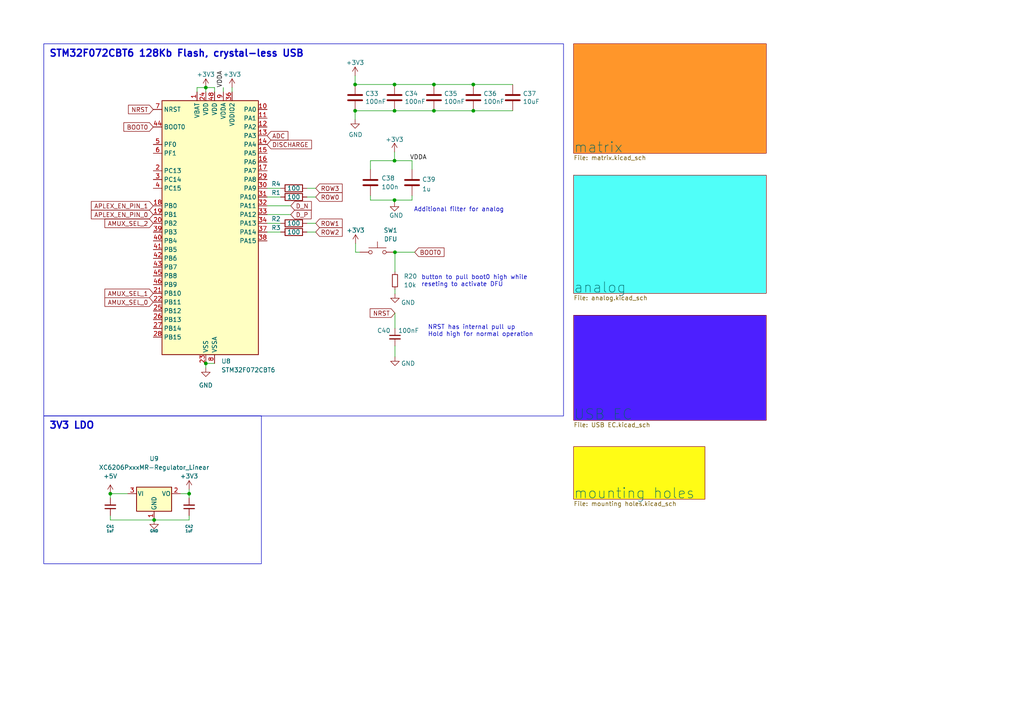
<source format=kicad_sch>
(kicad_sch (version 20230121) (generator eeschema)
  (paper "A4")
  (lib_symbols
    (symbol "Device:C" (pin_numbers hide) (pin_names (offset 0.254))
      (property "Reference" "C" (at 0.635 2.54 0))
      (property "Value" "C" (at 0.635 -2.54 0))
      (symbol "C_0_1"
        (polyline (pts (xy -2.032 -0.762) (xy 2.032 -0.762)) (stroke (width 0.508)))
        (polyline (pts (xy -2.032 0.762) (xy 2.032 0.762)) (stroke (width 0.508)))
      )
      (symbol "C_1_1"
        (pin passive line (at 0 3.81 270) (length 2.794) (name "~") (number "1"))
        (pin passive line (at 0 -3.81 90) (length 2.794) (name "~") (number "2"))
      )
    )
    (symbol "Device:C_Small" (pin_numbers hide) (pin_names (offset 0.254) hide)
      (property "Reference" "C" (at 0.254 1.778 0))
      (property "Value" "C_Small" (at 0.254 -2.032 0))
      (symbol "C_Small_0_1"
        (polyline (pts (xy -1.524 -0.508) (xy 1.524 -0.508)) (stroke (width 0.3302)))
        (polyline (pts (xy -1.524 0.508) (xy 1.524 0.508)) (stroke (width 0.3048)))
      )
      (symbol "C_Small_1_1"
        (pin passive line (at 0 2.54 270) (length 2.032) (name "~") (number "1"))
        (pin passive line (at 0 -2.54 90) (length 2.032) (name "~") (number "2"))
      )
    )
    (symbol "Device:R" (pin_numbers hide) (pin_names (offset 0))
      (property "Reference" "R" (at 2.032 0 90))
      (property "Value" "R" (at 0 0 90))
      (symbol "R_0_1"
        (rectangle (start -1.016 -2.54) (end 1.016 2.54) (stroke (width 0.254)))
      )
      (symbol "R_1_1"
        (pin passive line (at 0 3.81 270) (length 1.27) (name "~") (number "1"))
        (pin passive line (at 0 -3.81 90) (length 1.27) (name "~") (number "2"))
      )
    )
    (symbol "Device:R_Small" (pin_numbers hide) (pin_names (offset 0.254) hide)
      (property "Reference" "R" (at 0.762 0.508 0))
      (property "Value" "R_Small" (at 0.762 -1.016 0))
      (symbol "R_Small_0_1"
        (rectangle (start -0.762 1.778) (end 0.762 -1.778) (stroke (width 0.2032)))
      )
      (symbol "R_Small_1_1"
        (pin passive line (at 0 2.54 270) (length 0.762) (name "~") (number "1"))
        (pin passive line (at 0 -2.54 90) (length 0.762) (name "~") (number "2"))
      )
    )
    (symbol "MCU_ST_STM32F0:STM32F072CBTx"
      (property "Reference" "U" (at -12.7 39.37 0))
      (property "Value" "STM32F072CBTx" (at 10.16 39.37 0))
      (symbol "STM32F072CBTx_0_1"
        (rectangle (start -12.7 -35.56) (end 15.24 38.1) (stroke (width 0.254)) (fill (type background)))
      )
      (symbol "STM32F072CBTx_1_1"
        (pin power_in line (at -2.54 40.64 270) (length 2.54) (name "VBAT") (number "1"))
        (pin bidirectional line (at 17.78 35.56 180) (length 2.54) (name "PA0") (number "10"))
        (pin bidirectional line (at 17.78 33.02 180) (length 2.54) (name "PA1") (number "11"))
        (pin bidirectional line (at 17.78 30.48 180) (length 2.54) (name "PA2") (number "12"))
        (pin bidirectional line (at 17.78 27.94 180) (length 2.54) (name "PA3") (number "13"))
        (pin bidirectional line (at 17.78 25.4 180) (length 2.54) (name "PA4") (number "14"))
        (pin bidirectional line (at 17.78 22.86 180) (length 2.54) (name "PA5") (number "15"))
        (pin bidirectional line (at 17.78 20.32 180) (length 2.54) (name "PA6") (number "16"))
        (pin bidirectional line (at 17.78 17.78 180) (length 2.54) (name "PA7") (number "17"))
        (pin bidirectional line (at -15.24 7.62 0) (length 2.54) (name "PB0") (number "18"))
        (pin bidirectional line (at -15.24 5.08 0) (length 2.54) (name "PB1") (number "19"))
        (pin bidirectional line (at -15.24 17.78 0) (length 2.54) (name "PC13") (number "2"))
        (pin bidirectional line (at -15.24 2.54 0) (length 2.54) (name "PB2") (number "20"))
        (pin bidirectional line (at -15.24 -17.78 0) (length 2.54) (name "PB10") (number "21"))
        (pin bidirectional line (at -15.24 -20.32 0) (length 2.54) (name "PB11") (number "22"))
        (pin power_in line (at 0 -38.1 90) (length 2.54) (name "VSS") (number "23"))
        (pin power_in line (at 0 40.64 270) (length 2.54) (name "VDD") (number "24"))
        (pin bidirectional line (at -15.24 -22.86 0) (length 2.54) (name "PB12") (number "25"))
        (pin bidirectional line (at -15.24 -25.4 0) (length 2.54) (name "PB13") (number "26"))
        (pin bidirectional line (at -15.24 -27.94 0) (length 2.54) (name "PB14") (number "27"))
        (pin bidirectional line (at -15.24 -30.48 0) (length 2.54) (name "PB15") (number "28"))
        (pin bidirectional line (at 17.78 15.24 180) (length 2.54) (name "PA8") (number "29"))
        (pin bidirectional line (at -15.24 15.24 0) (length 2.54) (name "PC14") (number "3"))
        (pin bidirectional line (at 17.78 12.7 180) (length 2.54) (name "PA9") (number "30"))
        (pin bidirectional line (at 17.78 10.16 180) (length 2.54) (name "PA10") (number "31"))
        (pin bidirectional line (at 17.78 7.62 180) (length 2.54) (name "PA11") (number "32"))
        (pin bidirectional line (at 17.78 5.08 180) (length 2.54) (name "PA12") (number "33"))
        (pin bidirectional line (at 17.78 2.54 180) (length 2.54) (name "PA13") (number "34"))
        (pin passive line (at 0 -38.1 90) (length 2.54) hide (name "VSS") (number "35"))
        (pin power_in line (at 7.62 40.64 270) (length 2.54) (name "VDDIO2") (number "36"))
        (pin bidirectional line (at 17.78 0 180) (length 2.54) (name "PA14") (number "37"))
        (pin bidirectional line (at 17.78 -2.54 180) (length 2.54) (name "PA15") (number "38"))
        (pin bidirectional line (at -15.24 0 0) (length 2.54) (name "PB3") (number "39"))
        (pin bidirectional line (at -15.24 12.7 0) (length 2.54) (name "PC15") (number "4"))
        (pin bidirectional line (at -15.24 -2.54 0) (length 2.54) (name "PB4") (number "40"))
        (pin bidirectional line (at -15.24 -5.08 0) (length 2.54) (name "PB5") (number "41"))
        (pin bidirectional line (at -15.24 -7.62 0) (length 2.54) (name "PB6") (number "42"))
        (pin bidirectional line (at -15.24 -10.16 0) (length 2.54) (name "PB7") (number "43"))
        (pin input line (at -15.24 30.48 0) (length 2.54) (name "BOOT0") (number "44"))
        (pin bidirectional line (at -15.24 -12.7 0) (length 2.54) (name "PB8") (number "45"))
        (pin bidirectional line (at -15.24 -15.24 0) (length 2.54) (name "PB9") (number "46"))
        (pin passive line (at 0 -38.1 90) (length 2.54) hide (name "VSS") (number "47"))
        (pin power_in line (at 2.54 40.64 270) (length 2.54) (name "VDD") (number "48"))
        (pin bidirectional line (at -15.24 25.4 0) (length 2.54) (name "PF0") (number "5"))
        (pin bidirectional line (at -15.24 22.86 0) (length 2.54) (name "PF1") (number "6"))
        (pin input line (at -15.24 35.56 0) (length 2.54) (name "NRST") (number "7"))
        (pin power_in line (at 2.54 -38.1 90) (length 2.54) (name "VSSA") (number "8"))
        (pin power_in line (at 5.08 40.64 270) (length 2.54) (name "VDDA") (number "9"))
      )
    )
    (symbol "Switch:SW_Push" (pin_numbers hide) (pin_names (offset 1.016) hide)
      (property "Reference" "SW" (at 1.27 2.54 0))
      (property "Value" "SW_Push" (at 0 -1.524 0))
      (symbol "SW_Push_0_1"
        (circle (center -2.032 0) (radius 0.508))
        (polyline (pts (xy 0 1.27) (xy 0 3.048)))
        (polyline (pts (xy 2.54 1.27) (xy -2.54 1.27)))
        (circle (center 2.032 0) (radius 0.508))
        (pin passive line (at -5.08 0 0) (length 2.54) (name "1") (number "1"))
        (pin passive line (at 5.08 0 180) (length 2.54) (name "2") (number "2"))
      )
    )
    (symbol "kicad-keyboard-parts:XC6206PxxxMR-Regulator_Linear" (pin_names (offset 0.254))
      (property "Reference" "U" (at -3.81 3.175 0))
      (property "Value" "XC6206PxxxMR-Regulator_Linear" (at 0 3.175 0))
      (property "LCSC" "C5446" (at 0 0 0))
      (symbol "XC6206PxxxMR-Regulator_Linear_0_1"
        (rectangle (start -5.08 1.905) (end 5.08 -5.08) (stroke (width 0.254)) (fill (type background)))
      )
      (symbol "XC6206PxxxMR-Regulator_Linear_1_1"
        (pin power_in line (at 0 -7.62 90) (length 2.54) (name "GND") (number "1"))
        (pin power_out line (at 7.62 0 180) (length 2.54) (name "VO") (number "2"))
        (pin power_in line (at -7.62 0 0) (length 2.54) (name "VI") (number "3"))
      )
    )
    (symbol "power:+3.3V" (power) (pin_names (offset 0))
      (property "Value" "+3.3V" (at 0 3.556 0))
      (symbol "+3.3V_0_1"
        (polyline (pts (xy -0.762 1.27) (xy 0 2.54)))
        (polyline (pts (xy 0 0) (xy 0 2.54)))
        (polyline (pts (xy 0 2.54) (xy 0.762 1.27)))
      )
      (symbol "+3.3V_1_1"
        (pin power_in line (at 0 0 90) (length 0) hide (name "+3V3") (number "1"))
      )
    )
    (symbol "power:+3V3" (power) (pin_names (offset 0))
      (property "Value" "+3V3" (at 0 3.556 0))
      (symbol "+3V3_0_1"
        (polyline (pts (xy -0.762 1.27) (xy 0 2.54)))
        (polyline (pts (xy 0 0) (xy 0 2.54)))
        (polyline (pts (xy 0 2.54) (xy 0.762 1.27)))
      )
      (symbol "+3V3_1_1"
        (pin power_in line (at 0 0 90) (length 0) hide (name "+3V3") (number "1"))
      )
    )
    (symbol "power:+5V" (power) (pin_names (offset 0))
      (property "Value" "+5V" (at 0 3.556 0))
      (symbol "+5V_0_1"
        (polyline (pts (xy -0.762 1.27) (xy 0 2.54)))
        (polyline (pts (xy 0 0) (xy 0 2.54)))
        (polyline (pts (xy 0 2.54) (xy 0.762 1.27)))
      )
      (symbol "+5V_1_1"
        (pin power_in line (at 0 0 90) (length 0) hide (name "+5V") (number "1"))
      )
    )
    (symbol "power:GND" (power) (pin_names (offset 0))
      (property "Value" "GND" (at 0 -3.81 0))
      (symbol "GND_0_1"
        (polyline (pts (xy 0 0) (xy 0 -1.27) (xy 1.27 -1.27) (xy 0 -2.54) (xy -1.27 -1.27) (xy 0 -1.27)))
      )
      (symbol "GND_1_1"
        (pin power_in line (at 0 0 270) (length 0) hide (name "GND") (number "1"))
      )
    )
  )
  (junction (at 137.287 32.131))
  (junction (at 114.554 73.152))
  (junction (at 114.427 24.511))
  (junction (at 59.69 105.41))
  (junction (at 31.9988 143.1961) (diameter 0.9144))
  (junction (at 114.427 46.609))
  (junction (at 102.997 24.511))
  (junction (at 44.6988 150.8161) (diameter 0.9144))
  (junction (at 54.8588 143.1961))
  (junction (at 125.857 32.131))
  (junction (at 114.427 32.131))
  (junction (at 125.857 24.511))
  (junction (at 137.287 24.511))
  (junction (at 59.69 25.4))
  (junction (at 114.427 58.039))
  (junction (at 102.997 32.131))
  (wire (pts (xy 107.442 49.149) (xy 107.442 46.609)))
  (wire (pts (xy 137.287 24.511) (xy 148.717 24.511)))
  (wire (pts (xy 125.857 24.511) (xy 137.287 24.511)))
  (wire (pts (xy 89.027 57.15) (xy 91.567 57.15)))
  (wire (pts (xy 57.15 25.4) (xy 57.15 26.67)))
  (wire (pts (xy 137.287 32.131) (xy 148.717 32.131)))
  (wire (pts (xy 52.3188 143.1961) (xy 54.8588 143.1961)))
  (wire (pts (xy 59.69 106.68) (xy 59.69 105.41)))
  (wire (pts (xy 114.427 24.511) (xy 102.997 24.511)))
  (wire (pts (xy 114.427 58.039) (xy 114.427 58.674)))
  (wire (pts (xy 84.328 62.23) (xy 77.47 62.23)))
  (wire (pts (xy 125.857 32.131) (xy 137.287 32.131)))
  (wire (pts (xy 102.997 34.671) (xy 102.997 32.131)))
  (wire (pts (xy 114.554 73.152) (xy 114.554 78.867)))
  (wire (pts (xy 103.124 73.152) (xy 103.124 70.612)))
  (wire (pts (xy 114.427 32.131) (xy 125.857 32.131)))
  (wire (pts (xy 77.47 67.31) (xy 81.407 67.31)))
  (wire (pts (xy 77.47 64.77) (xy 81.407 64.77)))
  (wire (pts (xy 57.15 25.4) (xy 59.69 25.4)))
  (wire (pts (xy 114.554 90.805) (xy 114.554 95.25)))
  (wire (pts (xy 54.8588 149.5461) (xy 54.8588 150.8161)))
  (wire (pts (xy 114.554 103.505) (xy 114.554 100.33)))
  (wire (pts (xy 114.554 83.947) (xy 114.554 85.217)))
  (wire (pts (xy 114.427 58.039) (xy 119.507 58.039)))
  (wire (pts (xy 107.442 46.609) (xy 114.427 46.609)))
  (wire (pts (xy 44.6988 150.8161) (xy 31.9988 150.8161)))
  (wire (pts (xy 107.442 56.769) (xy 107.442 58.039)))
  (wire (pts (xy 64.77 25.4) (xy 64.77 26.67)))
  (wire (pts (xy 102.997 21.971) (xy 102.997 24.511)))
  (wire (pts (xy 67.31 25.4) (xy 67.31 26.67)))
  (wire (pts (xy 114.554 73.152) (xy 120.269 73.152)))
  (wire (pts (xy 104.394 73.152) (xy 103.124 73.152)))
  (wire (pts (xy 89.027 64.77) (xy 91.567 64.77)))
  (wire (pts (xy 107.442 58.039) (xy 114.427 58.039)))
  (wire (pts (xy 31.9988 143.1961) (xy 31.9988 144.4661)))
  (wire (pts (xy 119.507 56.769) (xy 119.507 58.039)))
  (wire (pts (xy 62.23 25.4) (xy 62.23 26.67)))
  (wire (pts (xy 31.9988 143.1961) (xy 37.0788 143.1961)))
  (wire (pts (xy 77.47 57.15) (xy 81.407 57.15)))
  (wire (pts (xy 54.8588 143.1961) (xy 54.8588 144.4661)))
  (wire (pts (xy 114.427 46.609) (xy 119.507 46.609)))
  (wire (pts (xy 89.027 67.31) (xy 91.567 67.31)))
  (wire (pts (xy 59.69 25.4) (xy 59.69 26.67)))
  (wire (pts (xy 119.507 46.609) (xy 119.507 49.149)))
  (wire (pts (xy 44.6988 150.8161) (xy 54.8588 150.8161)))
  (wire (pts (xy 114.427 24.511) (xy 125.857 24.511)))
  (wire (pts (xy 114.427 44.069) (xy 114.427 46.609)))
  (wire (pts (xy 59.69 25.4) (xy 62.23 25.4)))
  (wire (pts (xy 84.328 59.69) (xy 77.47 59.69)))
  (wire (pts (xy 89.027 54.61) (xy 91.567 54.61)))
  (wire (pts (xy 114.427 32.131) (xy 102.997 32.131)))
  (wire (pts (xy 59.69 105.41) (xy 62.23 105.41)))
  (wire (pts (xy 31.9988 149.5461) (xy 31.9988 150.8161)))
  (wire (pts (xy 77.47 54.61) (xy 81.407 54.61)))
  (wire (pts (xy 54.8588 141.9261) (xy 54.8588 143.1961)))
  (text_box "STM32F072CBT6 128Kb Flash, crystal-less USB" (at 12.7 12.7 0) (size 150.749 107.95) (effects (font (size 2 2) (thickness 0.4) bold) (justify left top)))
  (text_box "3V3 LDO" (at 12.6948 120.5901 0) (size 63.119 42.926) (effects (font (size 2 2) (thickness 0.4) bold) (justify left top)))
  (text "button to pull boot0 high while \nreseting to activate DFU" (at 122.174 83.312 0) (effects (font (size 1.27 1.27)) (justify left bottom)))
  (text "Additional filter for analog" (at 120.015 61.595 0) (effects (font (size 1.27 1.27)) (justify left bottom)))
  (text "NRST has internal pull up\nHold high for normal operation" (at 124.079 97.79 0) (effects (font (size 1.27 1.27)) (justify left bottom)))
  (label "VDDA" (at 118.872 46.609 0))
  (label "VDDA" (at 64.77 25.4 90))
  (global_label "AMUX_SEL_0" (shape input) (at 44.45 87.63 180) (property "Intersheetrefs" "${INTERSHEET_REFS}" (effects hide)))
  (global_label "NRST" (shape input) (at 44.45 31.75 180) (property "Intersheetrefs" "${INTERSHEET_REFS}" (effects hide)))
  (global_label "ROW2" (shape input) (at 91.567 67.31 0) (property "Intersheetrefs" "${INTERSHEET_REFS}" (effects hide)))
  (global_label "ROW0" (shape input) (at 91.567 57.15 0) (property "Intersheetrefs" "${INTERSHEET_REFS}" (effects hide)))
  (global_label "ROW1" (shape input) (at 91.567 64.77 0) (property "Intersheetrefs" "${INTERSHEET_REFS}" (effects hide)))
  (global_label "APLEX_EN_PIN_0" (shape input) (at 44.45 62.23 180) (property "Intersheetrefs" "${INTERSHEET_REFS}" (effects hide)))
  (global_label "AMUX_SEL_2" (shape input) (at 44.45 64.77 180) (property "Intersheetrefs" "${INTERSHEET_REFS}" (effects hide)))
  (global_label "ROW3" (shape input) (at 91.567 54.61 0) (property "Intersheetrefs" "${INTERSHEET_REFS}" (effects hide)))
  (global_label "DISCHARGE" (shape input) (at 77.47 41.91 0) (property "Intersheetrefs" "${INTERSHEET_REFS}" (effects hide)))
  (global_label "AMUX_SEL_1" (shape input) (at 44.45 85.09 180) (property "Intersheetrefs" "${INTERSHEET_REFS}" (effects hide)))
  (global_label "BOOT0" (shape input) (at 44.45 36.83 180) (property "Intersheetrefs" "${INTERSHEET_REFS}" (effects hide)))
  (global_label "ADC" (shape input) (at 77.47 39.37 0) (property "Intersheetrefs" "${INTERSHEET_REFS}" (effects hide)))
  (global_label "NRST" (shape input) (at 114.554 90.805 180) (property "Intersheetrefs" "${INTERSHEET_REFS}" (effects hide)))
  (global_label "D_N" (shape input) (at 84.328 59.69 0) (property "Intersheetrefs" "${INTERSHEET_REFS}" (effects hide)))
  (global_label "APLEX_EN_PIN_1" (shape input) (at 44.45 59.69 180) (property "Intersheetrefs" "${INTERSHEET_REFS}" (effects hide)))
  (global_label "BOOT0" (shape input) (at 120.269 73.152 0) (property "Intersheetrefs" "${INTERSHEET_REFS}" (effects hide)))
  (global_label "D_P" (shape input) (at 84.328 62.23 0) (property "Intersheetrefs" "${INTERSHEET_REFS}" (effects hide)))
  (symbol (lib_id "Device:C") (at 119.507 52.959 0) (unit 1)
    (property "Reference" "C39" (at 122.428 52.0505 0) (effects (justify left)))
    (property "Value" "1u" (at 122.428 54.8256 0) (effects (justify left)))
    (property "Footprint" "Capacitor_SMD:C_0402_1005Metric" (effects hide))
  )
  (symbol (lib_id "power:+3V3") (at 67.31 25.4 0) (unit 1)
    (property "Reference" "#PWR046" (effects hide))
    (property "Value" "+3V3" (at 67.31 21.59 0))
  )
  (symbol (lib_id "power:GND") (at 44.6988 150.8161 0) (unit 1)
    (property "Reference" "#PWR056" (effects hide))
    (property "Value" "GND" (at 44.6988 153.9911 0) (effects (font (size 0.762 0.762))))
  )
  (symbol (lib_id "Device:C") (at 148.717 28.321 0) (unit 1)
    (property "Reference" "C37" (at 151.638 27.1526 0) (effects (justify left)))
    (property "Value" "10uF" (at 151.638 29.464 0) (effects (justify left)))
    (property "Footprint" "Capacitor_SMD:C_0603_1608Metric" (effects hide))
  )
  (symbol (lib_id "Device:C_Small") (at 31.9988 147.0061 180) (unit 1)
    (property "Reference" "C41" (at 31.9988 152.7211 0) (effects (font (size 0.762 0.762))))
    (property "Value" "1uF" (at 31.9988 153.9911 0) (effects (font (size 0.762 0.762))))
    (property "Footprint" "Capacitor_SMD:C_0402_1005Metric" (effects hide))
    (property "LCSC" "C52923" (effects hide))
  )
  (symbol (lib_id "power:+5V") (at 31.9988 143.1961 0) (unit 1)
    (property "Reference" "#PWR055" (effects hide))
    (property "Value" "+5V" (at 31.9988 138.1161 0))
  )
  (symbol (lib_id "power:GND") (at 59.69 106.68 0) (unit 1)
    (property "Reference" "#PWR053" (effects hide))
    (property "Value" "GND" (at 59.69 111.76 0))
  )
  (symbol (lib_id "power:GND") (at 102.997 34.671 0) (unit 1)
    (property "Reference" "#PWR047" (effects hide))
    (property "Value" "GND" (at 103.124 39.0652 0))
  )
  (symbol (lib_id "power:+3V3") (at 59.69 25.4 0) (unit 1)
    (property "Reference" "#PWR045" (effects hide))
    (property "Value" "+3V3" (at 59.69 21.59 0))
  )
  (symbol (lib_id "Device:R_Small") (at 114.554 81.407 0) (unit 1)
    (property "Reference" "R20" (at 117.094 80.1369 0) (effects (justify left)))
    (property "Value" "10k" (at 117.094 82.6769 0) (effects (justify left)))
    (property "Footprint" "Resistor_SMD:R_0402_1005Metric" (effects hide))
  )
  (symbol (lib_id "power:GND") (at 114.427 58.674 0) (unit 1)
    (property "Reference" "#PWR049" (effects hide))
    (property "Value" "GND" (at 116.967 62.484 0) (effects (justify right)))
  )
  (symbol (lib_id "Device:C_Small") (at 54.8588 147.0061 180) (unit 1)
    (property "Reference" "C42" (at 54.8588 152.7211 0) (effects (font (size 0.762 0.762))))
    (property "Value" "1uF" (at 54.8588 153.9911 0) (effects (font (size 0.762 0.762))))
    (property "Footprint" "Capacitor_SMD:C_0402_1005Metric" (effects hide))
    (property "LCSC" "C52923" (effects hide))
  )
  (symbol (lib_id "Device:C") (at 125.857 28.321 0) (unit 1)
    (property "Reference" "C35" (at 128.778 27.1526 0) (effects (justify left)))
    (property "Value" "100nF" (at 128.778 29.464 0) (effects (justify left)))
    (property "Footprint" "Capacitor_SMD:C_0402_1005Metric" (effects hide))
    (property "LCSC" "C307331" (effects hide))
  )
  (symbol (lib_id "Device:C_Small") (at 114.554 97.79 0) (mirror y) (unit 1)
    (property "Reference" "C40" (at 113.284 95.885 0) (effects (justify left)))
    (property "Value" "100nF" (at 121.539 95.885 0) (effects (justify left)))
    (property "Footprint" "Capacitor_SMD:C_0402_1005Metric" (effects hide))
    (property "LCSC" "C307331" (effects hide))
  )
  (symbol (lib_id "Device:C") (at 114.427 28.321 0) (unit 1)
    (property "Reference" "C34" (at 117.348 27.1526 0) (effects (justify left)))
    (property "Value" "100nF" (at 117.348 29.464 0) (effects (justify left)))
    (property "Footprint" "Capacitor_SMD:C_0402_1005Metric" (effects hide))
    (property "LCSC" "C307331" (effects hide))
  )
  (symbol (lib_id "Device:C") (at 102.997 28.321 0) (unit 1)
    (property "Reference" "C33" (at 105.918 27.1526 0) (effects (justify left)))
    (property "Value" "100nF" (at 105.918 29.464 0) (effects (justify left)))
    (property "Footprint" "Capacitor_SMD:C_0402_1005Metric" (effects hide))
    (property "LCSC" "C307331" (effects hide))
  )
  (symbol (lib_id "power:+3V3") (at 103.124 70.612 0) (mirror y) (unit 1)
    (property "Reference" "#PWR050" (effects hide))
    (property "Value" "+3V3" (at 103.124 66.802 0))
  )
  (symbol (lib_id "power:+3V3") (at 102.997 21.971 0) (unit 1)
    (property "Reference" "#PWR044" (effects hide))
    (property "Value" "+3V3" (at 102.997 18.161 0))
  )
  (symbol (lib_id "Device:R") (at 85.217 67.31 90) (mirror x) (unit 1)
    (property "Reference" "R3" (at 81.407 66.04 90) (effects (justify left)))
    (property "Value" "100" (at 87.122 67.31 90) (effects (justify left)))
    (property "Footprint" "Resistor_SMD:R_0402_1005Metric" (effects hide))
    (property "LCSC" "C25076" (effects hide))
  )
  (symbol (lib_id "kicad-keyboard-parts:XC6206PxxxMR-Regulator_Linear") (at 44.6988 143.1961 0) (unit 1)
    (property "Reference" "U9" (at 44.6988 133.0361 0))
    (property "Value" "XC6206PxxxMR-Regulator_Linear" (at 44.6988 135.5761 0))
    (property "Footprint" "Package_TO_SOT_SMD:SOT-23" (effects hide))
    (property "Datasheet" "https://www.torexsemi.com/file/xc6206/XC6206.pdf" (effects hide))
    (property "LCSC" "C5446" (effects hide))
  )
  (symbol (lib_id "Device:R") (at 85.217 64.77 90) (unit 1)
    (property "Reference" "R2" (at 81.407 63.5 90) (effects (justify left)))
    (property "Value" "100" (at 87.122 64.77 90) (effects (justify left)))
    (property "Footprint" "Resistor_SMD:R_0402_1005Metric" (effects hide))
    (property "LCSC" "C25076" (effects hide))
  )
  (symbol (lib_id "Device:C") (at 137.287 28.321 0) (unit 1)
    (property "Reference" "C36" (at 140.208 27.1526 0) (effects (justify left)))
    (property "Value" "100nF" (at 140.208 29.464 0) (effects (justify left)))
    (property "Footprint" "Capacitor_SMD:C_0402_1005Metric" (effects hide))
    (property "LCSC" "C307331" (effects hide))
  )
  (symbol (lib_id "Device:C") (at 107.442 52.959 0) (unit 1)
    (property "Reference" "C38" (at 110.617 51.689 0) (effects (justify left)))
    (property "Value" "100n" (at 110.617 54.229 0) (effects (justify left)))
    (property "Footprint" "Capacitor_SMD:C_0402_1005Metric" (effects hide))
  )
  (symbol (lib_id "power:GND") (at 114.554 85.217 0) (unit 1)
    (property "Reference" "#PWR051" (effects hide))
    (property "Value" "GND" (at 118.364 87.757 0))
  )
  (symbol (lib_id "power:+3.3V") (at 114.427 44.069 0) (unit 1)
    (property "Reference" "#PWR048" (effects hide))
    (property "Value" "+3.3V" (at 114.427 40.4645 0))
  )
  (symbol (lib_id "power:GND") (at 114.554 103.505 0) (mirror y) (unit 1)
    (property "Reference" "#PWR052" (effects hide))
    (property "Value" "GND" (at 118.364 105.41 0))
  )
  (symbol (lib_id "power:+3V3") (at 54.8588 141.9261 0) (unit 1)
    (property "Reference" "#PWR054" (effects hide))
    (property "Value" "+3V3" (at 54.8588 138.1161 0))
  )
  (symbol (lib_id "Device:R") (at 85.217 57.15 90) (mirror x) (unit 1)
    (property "Reference" "R1" (at 81.407 55.88 90) (effects (justify left)))
    (property "Value" "100" (at 87.122 57.15 90) (effects (justify left)))
    (property "Footprint" "Resistor_SMD:R_0402_1005Metric" (effects hide))
    (property "LCSC" "C25076" (effects hide))
  )
  (symbol (lib_id "Device:R") (at 85.217 54.61 90) (mirror x) (unit 1)
    (property "Reference" "R4" (at 81.407 53.34 90) (effects (justify left)))
    (property "Value" "100" (at 87.122 54.61 90) (effects (justify left)))
    (property "Footprint" "Resistor_SMD:R_0402_1005Metric" (effects hide))
    (property "LCSC" "C25076" (effects hide))
  )
  (symbol (lib_id "Switch:SW_Push") (at 109.474 73.152 0) (unit 1) (in_bom no)
    (property "Reference" "SW1" (at 113.284 66.802 0))
    (property "Value" "DFU" (at 113.284 69.342 0))
    (property "Footprint" "Connector_PinHeader_2.54mm:PinHeader_1x02_P2.54mm_Vertical" (effects hide))
  )
  (symbol (lib_id "MCU_ST_STM32F0:STM32F072CBTx") (at 59.69 67.31 0) (unit 1)
    (property "Reference" "U8" (at 64.1859 104.775 0) (effects (justify left)))
    (property "Value" "STM32F072CBT6" (at 64.1859 107.315 0) (effects (justify left)))
    (property "Footprint" "Package_QFP:LQFP-48_7x7mm_P0.5mm" (effects hide))
    (property "Datasheet" "https://www.st.com/resource/en/datasheet/stm32f072cb.pdf" (effects hide))
    (property "JlcRotOffset" "90" (effects hide))
  )
  (sheet (at 166.37 50.8) (size 55.88 34.29) (stroke (width 0.1524)) (fill (color 80 255 249 1.0000))
    (property "Sheetname" "analog" (at 166.37 85.09 0) (effects (font (size 3 3)) (justify left bottom)))
    (property "Sheetfile" "analog.kicad_sch" (at 166.37 85.6746 0) (effects (justify left top)))
  )
  (sheet (at 166.37 129.54) (size 38.1 15.24) (stroke (width 0.1524)) (fill (color 255 252 21 1.0000))
    (property "Sheetname" "mounting holes" (at 166.37 144.78 0) (effects (font (size 3 3)) (justify left bottom)))
    (property "Sheetfile" "mounting holes.kicad_sch" (at 166.37 145.3646 0) (effects (justify left top)))
  )
  (sheet (at 166.37 91.44) (size 55.88 30.48) (stroke (width 0.1524)) (fill (color 77 31 255 1.0000))
    (property "Sheetname" "USB EC" (at 166.37 121.92 0) (effects (font (size 3 3)) (justify left bottom)))
    (property "Sheetfile" "USB EC.kicad_sch" (at 166.37 122.5046 0) (effects (justify left top)))
  )
  (sheet (at 166.37 12.7) (size 55.88 31.75) (stroke (width 0.1524)) (fill (color 255 150 42 1.0000))
    (property "Sheetname" "matrix" (at 166.37 44.45 0) (effects (font (size 3 3)) (justify left bottom)))
    (property "Sheetfile" "matrix.kicad_sch" (at 166.37 45.0346 0) (effects (justify left top)))
  )
)
</source>
